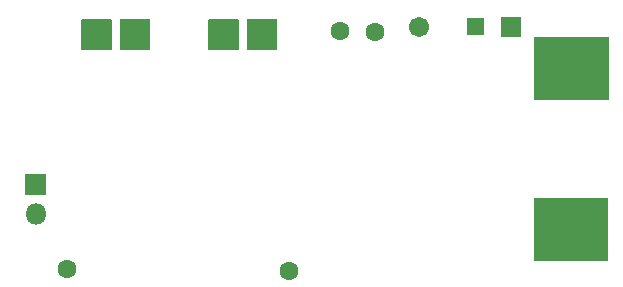
<source format=gts>
G04 #@! TF.GenerationSoftware,KiCad,Pcbnew,(5.1.8)-1*
G04 #@! TF.CreationDate,2020-12-05T00:35:16+00:00*
G04 #@! TF.ProjectId,Great Wave Refurbishing GBA Battery Board,47726561-7420-4576-9176-652052656675,rev?*
G04 #@! TF.SameCoordinates,Original*
G04 #@! TF.FileFunction,Soldermask,Top*
G04 #@! TF.FilePolarity,Negative*
%FSLAX46Y46*%
G04 Gerber Fmt 4.6, Leading zero omitted, Abs format (unit mm)*
G04 Created by KiCad (PCBNEW (5.1.8)-1) date 2020-12-05 00:35:16*
%MOMM*%
%LPD*%
G01*
G04 APERTURE LIST*
%ADD10C,0.100000*%
%ADD11C,1.602000*%
%ADD12C,1.702000*%
%ADD13O,1.802000X1.802000*%
G04 APERTURE END LIST*
D10*
G36*
X62128000Y-33075000D02*
G01*
X55878000Y-33075000D01*
X55878000Y-27825000D01*
X62128000Y-27825000D01*
X62128000Y-33075000D01*
G37*
X62128000Y-33075000D02*
X55878000Y-33075000D01*
X55878000Y-27825000D01*
X62128000Y-27825000D01*
X62128000Y-33075000D01*
G36*
X62153000Y-19475000D02*
G01*
X55903000Y-19475000D01*
X55903000Y-14225000D01*
X62153000Y-14225000D01*
X62153000Y-19475000D01*
G37*
X62153000Y-19475000D02*
X55903000Y-19475000D01*
X55903000Y-14225000D01*
X62153000Y-14225000D01*
X62153000Y-19475000D01*
G36*
X62128000Y-33075000D02*
G01*
X55878000Y-33075000D01*
X55878000Y-27825000D01*
X62128000Y-27825000D01*
X62128000Y-33075000D01*
G37*
X62128000Y-33075000D02*
X55878000Y-33075000D01*
X55878000Y-27825000D01*
X62128000Y-27825000D01*
X62128000Y-33075000D01*
G36*
X62153000Y-19475000D02*
G01*
X55903000Y-19475000D01*
X55903000Y-14225000D01*
X62153000Y-14225000D01*
X62153000Y-19475000D01*
G37*
X62153000Y-19475000D02*
X55903000Y-19475000D01*
X55903000Y-14225000D01*
X62153000Y-14225000D01*
X62153000Y-19475000D01*
G36*
G01*
X34125000Y-15301000D02*
X31625000Y-15301000D01*
G75*
G02*
X31574000Y-15250000I0J51000D01*
G01*
X31574000Y-12750000D01*
G75*
G02*
X31625000Y-12699000I51000J0D01*
G01*
X34125000Y-12699000D01*
G75*
G02*
X34176000Y-12750000I0J-51000D01*
G01*
X34176000Y-15250000D01*
G75*
G02*
X34125000Y-15301000I-51000J0D01*
G01*
G37*
G36*
G01*
X20125000Y-15301000D02*
X17625000Y-15301000D01*
G75*
G02*
X17574000Y-15250000I0J51000D01*
G01*
X17574000Y-12750000D01*
G75*
G02*
X17625000Y-12699000I51000J0D01*
G01*
X20125000Y-12699000D01*
G75*
G02*
X20176000Y-12750000I0J-51000D01*
G01*
X20176000Y-15250000D01*
G75*
G02*
X20125000Y-15301000I-51000J0D01*
G01*
G37*
G36*
G01*
X23375000Y-15301000D02*
X20875000Y-15301000D01*
G75*
G02*
X20824000Y-15250000I0J51000D01*
G01*
X20824000Y-12750000D01*
G75*
G02*
X20875000Y-12699000I51000J0D01*
G01*
X23375000Y-12699000D01*
G75*
G02*
X23426000Y-12750000I0J-51000D01*
G01*
X23426000Y-15250000D01*
G75*
G02*
X23375000Y-15301000I-51000J0D01*
G01*
G37*
G36*
G01*
X30875000Y-15301000D02*
X28375000Y-15301000D01*
G75*
G02*
X28324000Y-15250000I0J51000D01*
G01*
X28324000Y-12750000D01*
G75*
G02*
X28375000Y-12699000I51000J0D01*
G01*
X30875000Y-12699000D01*
G75*
G02*
X30926000Y-12750000I0J-51000D01*
G01*
X30926000Y-15250000D01*
G75*
G02*
X30875000Y-15301000I-51000J0D01*
G01*
G37*
D11*
X42425000Y-13725000D03*
X39525000Y-13675000D03*
X35150000Y-33975000D03*
X16375000Y-33850000D03*
G36*
G01*
X50244000Y-13995000D02*
X50244000Y-12655000D01*
G75*
G02*
X50295000Y-12604000I51000J0D01*
G01*
X51635000Y-12604000D01*
G75*
G02*
X51686000Y-12655000I0J-51000D01*
G01*
X51686000Y-13995000D01*
G75*
G02*
X51635000Y-14046000I-51000J0D01*
G01*
X50295000Y-14046000D01*
G75*
G02*
X50244000Y-13995000I0J51000D01*
G01*
G37*
D12*
X46155000Y-13325000D03*
G36*
G01*
X53104000Y-14125000D02*
X53104000Y-12525000D01*
G75*
G02*
X53155000Y-12474000I51000J0D01*
G01*
X54755000Y-12474000D01*
G75*
G02*
X54806000Y-12525000I0J-51000D01*
G01*
X54806000Y-14125000D01*
G75*
G02*
X54755000Y-14176000I-51000J0D01*
G01*
X53155000Y-14176000D01*
G75*
G02*
X53104000Y-14125000I0J51000D01*
G01*
G37*
G36*
G01*
X12809500Y-27514500D02*
X12809500Y-25814500D01*
G75*
G02*
X12860500Y-25763500I51000J0D01*
G01*
X14560500Y-25763500D01*
G75*
G02*
X14611500Y-25814500I0J-51000D01*
G01*
X14611500Y-27514500D01*
G75*
G02*
X14560500Y-27565500I-51000J0D01*
G01*
X12860500Y-27565500D01*
G75*
G02*
X12809500Y-27514500I0J51000D01*
G01*
G37*
D13*
X13710500Y-29204500D03*
M02*

</source>
